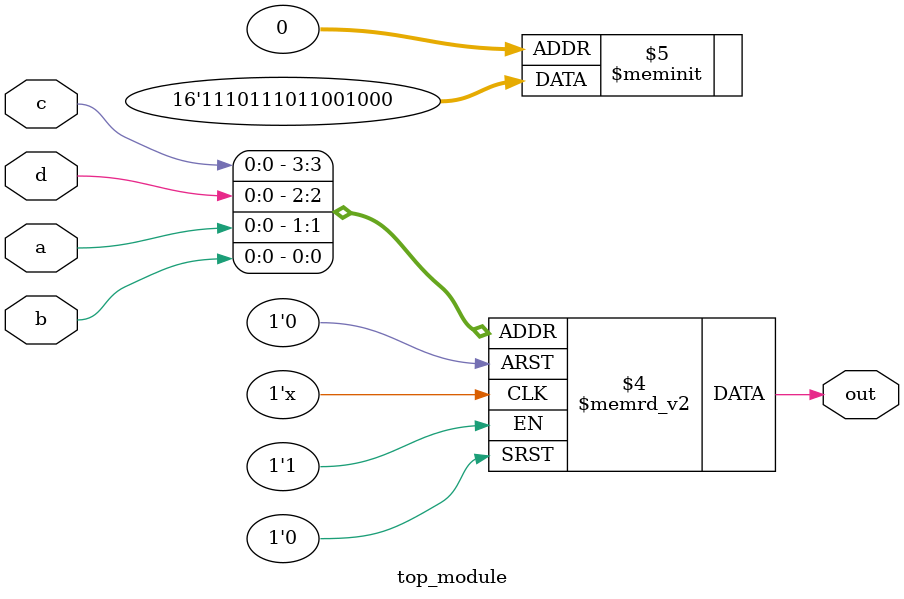
<source format=sv>
module top_module (
	input a, 
	input b,
	input c,
	input d,
	output reg out
);

always @(*) begin
	case ({c, d, a, b})
		4'b0000: out = 0; // when c=0, d=0, a=0, b=0
		4'b0001: out = 0; // when c=0, d=0, a=0, b=1
		4'b0010: out = 0; // when c=0, d=0, a=1, b=0
		4'b0011: out = 1; // when c=0, d=0, a=1, b=1
		4'b0100: out = 0; // when c=1, d=0, a=0, b=0
		4'b0101: out = 0; // when c=1, d=0, a=0, b=1
		4'b0110: out = 1; // when c=1, d=0, a=1, b=0
		4'b0111: out = 1; // when c=1, d=0, a=1, b=1
		4'b1000: out = 0; // when c=1, d=1, a=0, b=0
		4'b1001: out = 1; // when c=1, d=1, a=0, b=1
		4'b1010: out = 1; // when c=1, d=1, a=1, b=0
		4'b1011: out = 1; // when c=1, d=1, a=1, b=1
		4'b1100: out = 0; // when c=1, d=1, a=0, b=0
		4'b1101: out = 1; // when c=1, d=1, a=0, b=1
		4'b1110: out = 1; // when c=1, d=1, a=1, b=0
		4'b1111: out = 1; // when c=1, d=1, a=1, b=1
		default: out = 0;
	endcase
end

endmodule

</source>
